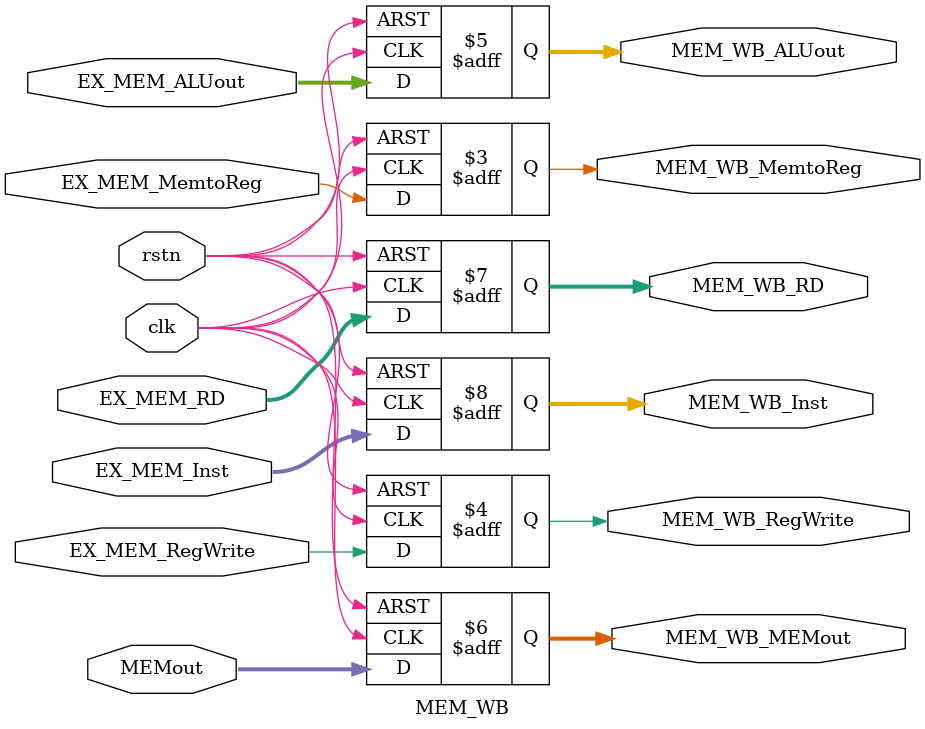
<source format=v>
`timescale 1ns / 1ps


module MEM_WB(
    input EX_MEM_MemtoReg,
    input EX_MEM_RegWrite,
    input [31:0] EX_MEM_ALUout,
    input [31:0] MEMout,
    input [4:0] EX_MEM_RD,
    input [31:0] EX_MEM_Inst,
    input clk,
    input rstn,
    output reg MEM_WB_MemtoReg,
    output reg MEM_WB_RegWrite,
    output reg [31:0] MEM_WB_ALUout,
    output reg [31:0] MEM_WB_MEMout,
    output reg [4:0] MEM_WB_RD,
    output reg [31:0] MEM_WB_Inst
    );

    always @(posedge clk or negedge rstn) begin
        if(!rstn) begin
            MEM_WB_MemtoReg <= 1'b0;
            MEM_WB_RegWrite <= 1'b0;
            MEM_WB_ALUout <= 32'b0;
            MEM_WB_MEMout <= 32'b0;
            MEM_WB_RD <= 5'b0;
            MEM_WB_Inst <= 32'b0;
        end 
        else begin
            MEM_WB_MemtoReg <= EX_MEM_MemtoReg;
            MEM_WB_RegWrite <= EX_MEM_RegWrite;
            MEM_WB_ALUout <= EX_MEM_ALUout;
            MEM_WB_MEMout <= MEMout;
            MEM_WB_RD <= EX_MEM_RD;
            MEM_WB_Inst <= EX_MEM_Inst;
        end
    end
endmodule

</source>
